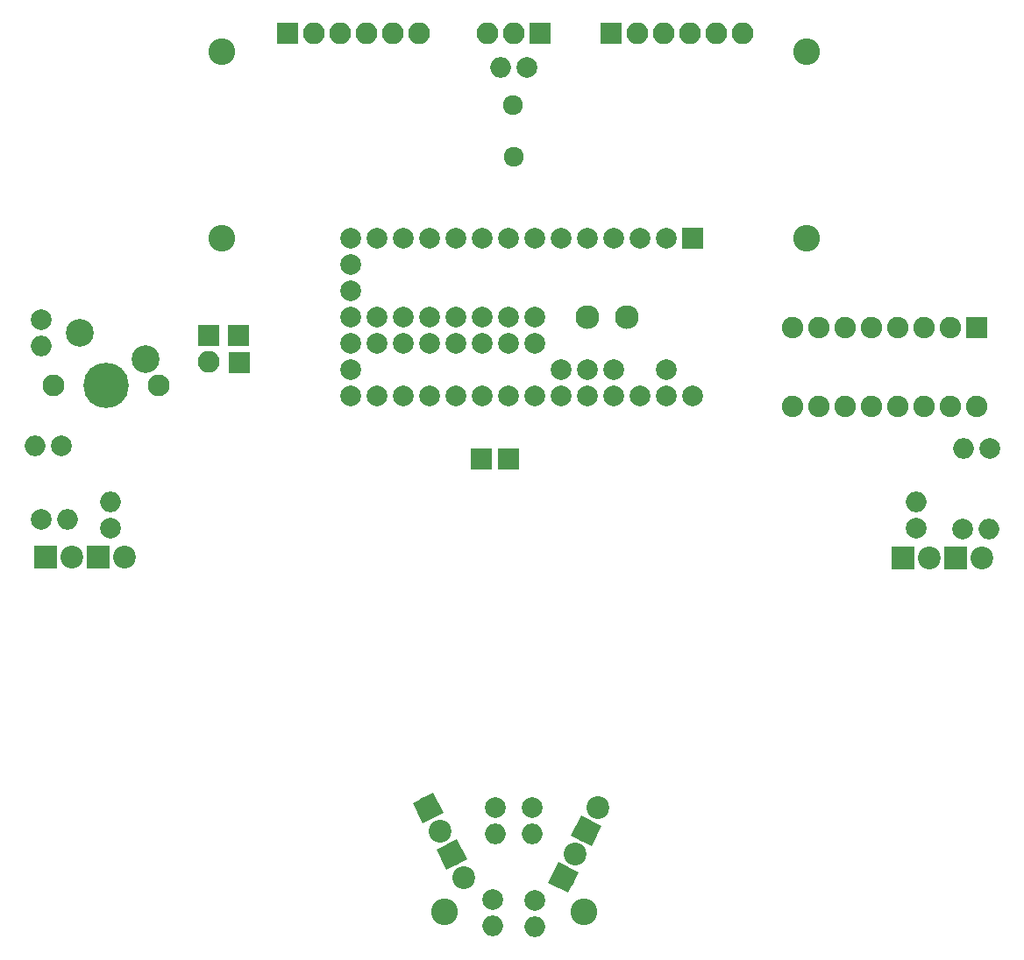
<source format=gbr>
G04 #@! TF.GenerationSoftware,KiCad,Pcbnew,(5.0.0-3-g5ebb6b6)*
G04 #@! TF.CreationDate,2019-09-06T01:44:36-07:00*
G04 #@! TF.ProjectId,mouse,6D6F7573652E6B696361645F70636200,rev?*
G04 #@! TF.SameCoordinates,Original*
G04 #@! TF.FileFunction,Soldermask,Top*
G04 #@! TF.FilePolarity,Negative*
%FSLAX46Y46*%
G04 Gerber Fmt 4.6, Leading zero omitted, Abs format (unit mm)*
G04 Created by KiCad (PCBNEW (5.0.0-3-g5ebb6b6)) date Friday, September 06, 2019 at 01:44:36 AM*
%MOMM*%
%LPD*%
G01*
G04 APERTURE LIST*
%ADD10R,2.100000X2.100000*%
%ADD11O,2.100000X2.100000*%
%ADD12C,2.200000*%
%ADD13R,2.200000X2.200000*%
%ADD14C,0.100000*%
%ADD15C,2.000000*%
%ADD16O,2.000000X2.000000*%
%ADD17R,2.000000X2.000000*%
%ADD18C,2.300000*%
%ADD19R,2.076400X2.076400*%
%ADD20C,2.076400*%
%ADD21C,2.584400*%
%ADD22C,1.924000*%
%ADD23C,2.686000*%
%ADD24C,4.387800*%
%ADD25C,2.101800*%
G04 APERTURE END LIST*
D10*
G04 #@! TO.C,BT1*
X129032000Y-88138000D03*
D11*
X129032000Y-90678000D03*
G04 #@! TD*
D12*
G04 #@! TO.C,D0*
X198691500Y-109601000D03*
D13*
X196151500Y-109601000D03*
G04 #@! TD*
D12*
G04 #@! TO.C,D1*
X163322000Y-140525500D03*
D14*
G36*
X163815610Y-142000745D02*
X161846755Y-141019110D01*
X162828390Y-139050255D01*
X164797245Y-140031890D01*
X163815610Y-142000745D01*
X163815610Y-142000745D01*
G37*
D12*
X164455342Y-138252367D03*
G04 #@! TD*
G04 #@! TO.C,D2*
X120904000Y-109537500D03*
D13*
X118364000Y-109537500D03*
G04 #@! TD*
D12*
G04 #@! TO.C,D3*
X152527000Y-138303000D03*
D14*
G36*
X151051755Y-137809390D02*
X153020610Y-136827755D01*
X154002245Y-138796610D01*
X152033390Y-139778245D01*
X151051755Y-137809390D01*
X151051755Y-137809390D01*
G37*
D12*
X153660342Y-140576133D03*
G04 #@! TD*
D13*
G04 #@! TO.C,Q0*
X201164677Y-109616645D03*
D12*
X203704677Y-109616645D03*
G04 #@! TD*
G04 #@! TO.C,Q1*
X166677842Y-133743867D03*
X165544500Y-136017000D03*
D14*
G36*
X166038110Y-137492245D02*
X164069255Y-136510610D01*
X165050890Y-134541755D01*
X167019745Y-135523390D01*
X166038110Y-137492245D01*
X166038110Y-137492245D01*
G37*
G04 #@! TD*
D13*
G04 #@! TO.C,Q2*
X113346989Y-109548045D03*
D12*
X115886989Y-109548045D03*
G04 #@! TD*
G04 #@! TO.C,Q3*
X151384000Y-136080500D03*
X150250658Y-133807367D03*
D14*
G36*
X148775413Y-133313757D02*
X150744268Y-132332122D01*
X151725903Y-134300977D01*
X149757048Y-135282612D01*
X148775413Y-133313757D01*
X148775413Y-133313757D01*
G37*
G04 #@! TD*
D15*
G04 #@! TO.C,R0*
X197358000Y-106743500D03*
D16*
X197358000Y-104203500D03*
G04 #@! TD*
G04 #@! TO.C,R1*
X160528000Y-145288000D03*
D15*
X160528000Y-142748000D03*
G04 #@! TD*
D16*
G04 #@! TO.C,R2*
X119570500Y-104203500D03*
D15*
X119570500Y-106743500D03*
G04 #@! TD*
G04 #@! TO.C,R3*
X156527500Y-142684500D03*
D16*
X156527500Y-145224500D03*
G04 #@! TD*
D15*
G04 #@! TO.C,R4*
X201866500Y-106807000D03*
D16*
X204406500Y-106807000D03*
G04 #@! TD*
G04 #@! TO.C,R5*
X160274000Y-136334500D03*
D15*
X160274000Y-133794500D03*
G04 #@! TD*
G04 #@! TO.C,R6*
X112903000Y-105918000D03*
D16*
X115443000Y-105918000D03*
G04 #@! TD*
G04 #@! TO.C,R7*
X156781500Y-136334500D03*
D15*
X156781500Y-133794500D03*
G04 #@! TD*
G04 #@! TO.C,U1*
X142748000Y-86360000D03*
X142748000Y-88900000D03*
X142748000Y-91440000D03*
X142748000Y-93980000D03*
X142748000Y-83820000D03*
X142748000Y-81280000D03*
X142748000Y-78740000D03*
X145288000Y-93980000D03*
X147828000Y-93980000D03*
X150368000Y-93980000D03*
X152908000Y-93980000D03*
X155448000Y-93980000D03*
X157988000Y-93980000D03*
X160528000Y-93980000D03*
X163068000Y-93980000D03*
X165608000Y-93980000D03*
X168148000Y-93980000D03*
X170688000Y-93980000D03*
X173228000Y-93980000D03*
X175768000Y-93980000D03*
X173228000Y-91440000D03*
X168148000Y-91440000D03*
X165608000Y-91440000D03*
X163068000Y-91440000D03*
X145288000Y-78740000D03*
X147828000Y-78740000D03*
X150368000Y-78740000D03*
X152908000Y-78740000D03*
X155448000Y-78740000D03*
X157988000Y-78740000D03*
X160528000Y-78740000D03*
X163068000Y-78740000D03*
X165608000Y-78740000D03*
X168148000Y-78740000D03*
X170688000Y-78740000D03*
X173228000Y-78740000D03*
D17*
X175768000Y-78740000D03*
D15*
X160528000Y-86360000D03*
X157988000Y-86360000D03*
X155448000Y-86360000D03*
X152908000Y-86360000D03*
X150368000Y-86360000D03*
X147828000Y-86360000D03*
X145288000Y-86360000D03*
X145288000Y-88900000D03*
X147828000Y-88900000D03*
X150368000Y-88900000D03*
X152908000Y-88900000D03*
X155448000Y-88900000D03*
X157988000Y-88900000D03*
X160528000Y-88900000D03*
D18*
X165608000Y-86360000D03*
X169418000Y-86360000D03*
G04 #@! TD*
D19*
G04 #@! TO.C,U2*
X203200000Y-87376000D03*
D20*
X200660000Y-87376000D03*
X198120000Y-87376000D03*
X195580000Y-87376000D03*
X193040000Y-87376000D03*
X190500000Y-87376000D03*
X187960000Y-87376000D03*
X185420000Y-87376000D03*
X185420000Y-94996000D03*
X187960000Y-94996000D03*
X190500000Y-94996000D03*
X193040000Y-94996000D03*
X195580000Y-94996000D03*
X198120000Y-94996000D03*
X200660000Y-94996000D03*
X203200000Y-94996000D03*
G04 #@! TD*
D10*
G04 #@! TO.C,U3*
X161036000Y-58928000D03*
D11*
X158496000Y-58928000D03*
X155956000Y-58928000D03*
G04 #@! TD*
D21*
G04 #@! TO.C,M1*
X130361700Y-60723000D03*
X130361700Y-78723000D03*
G04 #@! TD*
G04 #@! TO.C,M2*
X186770000Y-60723000D03*
X186770000Y-78723000D03*
G04 #@! TD*
G04 #@! TO.C,M3*
X165309500Y-143827500D03*
X151809500Y-143827500D03*
G04 #@! TD*
D22*
G04 #@! TO.C,BZ1*
X158496000Y-70826000D03*
X158446000Y-65826000D03*
G04 #@! TD*
D10*
G04 #@! TO.C,GND*
X132029200Y-90728800D03*
G04 #@! TD*
G04 #@! TO.C,SCL*
X158038800Y-100076000D03*
G04 #@! TD*
G04 #@! TO.C,SDA*
X155397200Y-100076000D03*
G04 #@! TD*
G04 #@! TO.C,BT*
X131978400Y-88138000D03*
G04 #@! TD*
D15*
G04 #@! TO.C,R8*
X204470000Y-99060000D03*
D16*
X201930000Y-99060000D03*
G04 #@! TD*
G04 #@! TO.C,R9*
X112268000Y-98806000D03*
D15*
X114808000Y-98806000D03*
G04 #@! TD*
D16*
G04 #@! TO.C,R10*
X157226000Y-62230000D03*
D15*
X159766000Y-62230000D03*
G04 #@! TD*
G04 #@! TO.C,R11*
X112903000Y-86614000D03*
D16*
X112903000Y-89154000D03*
G04 #@! TD*
D23*
G04 #@! TO.C,SW1*
X116586000Y-87884000D03*
D24*
X119126000Y-92964000D03*
D23*
X122936000Y-90424000D03*
D25*
X114046000Y-92964000D03*
X124206000Y-92964000D03*
G04 #@! TD*
D11*
G04 #@! TO.C,U4*
X180594000Y-58928000D03*
X178054000Y-58928000D03*
X175514000Y-58928000D03*
X172974000Y-58928000D03*
X170434000Y-58928000D03*
D10*
X167894000Y-58928000D03*
G04 #@! TD*
G04 #@! TO.C,U5*
X136652000Y-58928000D03*
D11*
X139192000Y-58928000D03*
X141732000Y-58928000D03*
X144272000Y-58928000D03*
X146812000Y-58928000D03*
X149352000Y-58928000D03*
G04 #@! TD*
M02*

</source>
